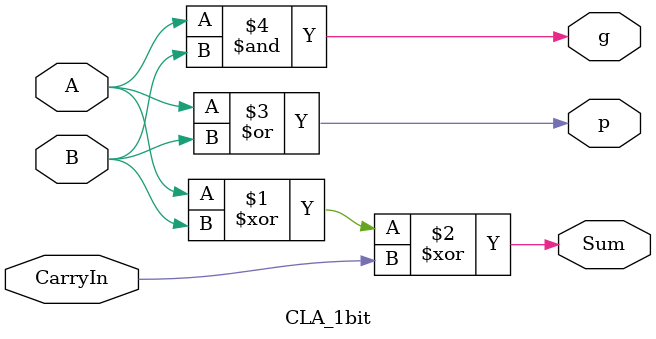
<source format=v>
/* Assume no default net types to avoid issues. */
// none

/**
 *  Module is a 1-bit CLA.
 */
module CLA_1bit(Sum, p, g, A, B ,CarryIn);

    /**
     *  Define module inputs and outputs.
     */
    input A, B;         // Two 1-bit input values
    input CarryIn;      // Carry in bit that is added in
    output Sum;         // Resulting bit
    output p;           // Whether sum will propagate carry
    output g;           // Whether sum will generate carry

    /**
     *  Compute the sum bit.
     */
    assign Sum = A ^ B ^ CarryIn;
    
    /**
     *  Compute generate and propagate signals.
     */
    assign p = A | B;
    assign g = A & B;

endmodule

/* Revert default net type after module to be wire. */
// wire
</source>
